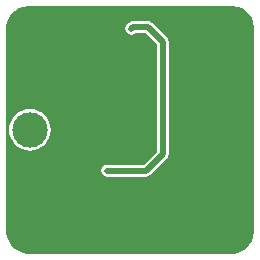
<source format=gbl>
G04*
G04 #@! TF.GenerationSoftware,Altium Limited,Altium Designer,20.0.2 (26)*
G04*
G04 Layer_Physical_Order=2*
G04 Layer_Color=16711680*
%FSTAX24Y24*%
%MOIN*%
G70*
G01*
G75*
%ADD32C,0.0200*%
%ADD34C,0.1181*%
%ADD35C,0.0200*%
G36*
X101545Y031141D02*
X101688Y031082D01*
X101817Y030996D01*
X101927Y030886D01*
X102013Y030757D01*
X102072Y030614D01*
X102103Y030462D01*
X102103Y030384D01*
X102103Y030384D01*
X102103Y023691D01*
X102103Y023614D01*
X102072Y023462D01*
X102013Y023318D01*
X101927Y023189D01*
X101817Y02308D01*
X101688Y022994D01*
X101545Y022934D01*
X101393Y022904D01*
X101315Y022904D01*
X094622Y022904D01*
X094545Y022904D01*
X094393Y022934D01*
X094249Y022994D01*
X094121Y02308D01*
X094011Y023189D01*
X093925Y023318D01*
X093865Y023462D01*
X093835Y023614D01*
X093835Y023691D01*
X093835D01*
X093835Y030384D01*
X093835Y030462D01*
X093865Y030614D01*
X093925Y030757D01*
X094011Y030886D01*
X094121Y030996D01*
X094249Y031082D01*
X094393Y031141D01*
X094545Y031172D01*
X094622Y031172D01*
X094622Y031172D01*
X101315Y031172D01*
X101393Y031172D01*
X101545Y031141D01*
D02*
G37*
%LPC*%
G36*
X094622Y027732D02*
X094487Y027718D01*
X094357Y027679D01*
X094237Y027615D01*
X094132Y027528D01*
X094045Y027423D01*
X093981Y027303D01*
X093942Y027173D01*
X093929Y027038D01*
X093942Y026902D01*
X093981Y026772D01*
X094045Y026652D01*
X094132Y026547D01*
X094237Y026461D01*
X094357Y026397D01*
X094487Y026357D01*
X094622Y026344D01*
X094758Y026357D01*
X094888Y026397D01*
X095008Y026461D01*
X095113Y026547D01*
X095199Y026652D01*
X095264Y026772D01*
X095303Y026902D01*
X095316Y027038D01*
X095303Y027173D01*
X095264Y027303D01*
X095199Y027423D01*
X095113Y027528D01*
X095008Y027615D01*
X094888Y027679D01*
X094758Y027718D01*
X094622Y027732D01*
D02*
G37*
G36*
X098062Y030672D02*
X097984Y030656D01*
X097918Y030612D01*
X097861Y030555D01*
X097817Y030489D01*
X097801Y030411D01*
X097817Y030333D01*
X097861Y030266D01*
X097927Y030222D01*
X098005Y030207D01*
X098083Y030222D01*
X098146Y030264D01*
X098468D01*
X098846Y029887D01*
Y026309D01*
X098415Y025879D01*
X097229D01*
X097217Y025877D01*
X097205Y025879D01*
X097127Y025863D01*
X097061Y025819D01*
X097017Y025753D01*
X097001Y025675D01*
X097017Y025597D01*
X097061Y025531D01*
X097127Y025487D01*
X097205Y025471D01*
X097217Y025474D01*
X097229Y025471D01*
X098499D01*
X098577Y025487D01*
X098644Y025531D01*
X099194Y026081D01*
X099194Y026081D01*
X09922Y026121D01*
X099238Y026147D01*
X099253Y026225D01*
Y029971D01*
X099238Y030049D01*
X09922Y030076D01*
X099194Y030115D01*
X099194Y030115D01*
X098697Y030612D01*
X09863Y030656D01*
X098552Y030672D01*
X098062D01*
X098062Y030672D01*
D02*
G37*
G36*
X101315Y022904D02*
X101315D01*
D01*
X101315D01*
D02*
G37*
%LPD*%
D32*
X097229Y025675D02*
X098499D01*
X099049Y026225D01*
Y029971D01*
X098552Y030468D02*
X099049Y029971D01*
X098062Y030468D02*
X098552D01*
X098005Y030411D02*
X098062Y030468D01*
D34*
X094622Y027038D02*
D03*
D35*
X094555Y023415D02*
D03*
Y023715D02*
D03*
X094255D02*
D03*
Y023415D02*
D03*
X094855Y023715D02*
D03*
Y023415D02*
D03*
Y025515D02*
D03*
Y027934D02*
D03*
Y025215D02*
D03*
X094255Y025515D02*
D03*
Y027934D02*
D03*
Y025215D02*
D03*
X094555D02*
D03*
Y027934D02*
D03*
Y025515D02*
D03*
X097305Y030365D02*
D03*
X095165Y029615D02*
D03*
X096055Y027015D02*
D03*
Y027615D02*
D03*
Y027315D02*
D03*
X096655Y027015D02*
D03*
X096955D02*
D03*
X097255D02*
D03*
X097555D02*
D03*
X096355D02*
D03*
X096655Y027615D02*
D03*
X096955D02*
D03*
X097255D02*
D03*
X097555D02*
D03*
X096355D02*
D03*
Y027315D02*
D03*
X097555D02*
D03*
X097255D02*
D03*
X096955D02*
D03*
X096655D02*
D03*
X098989Y025355D02*
D03*
Y024355D02*
D03*
Y024605D02*
D03*
Y025105D02*
D03*
Y024855D02*
D03*
X097205Y025675D02*
D03*
X098005Y030411D02*
D03*
M02*

</source>
